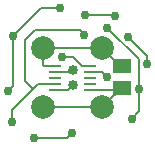
<source format=gbl>
G04 #@! TF.FileFunction,Copper,L2,Bot,Signal*
%FSLAX46Y46*%
G04 Gerber Fmt 4.6, Leading zero omitted, Abs format (unit mm)*
G04 Created by KiCad (PCBNEW (2016-04-14 BZR 6691, Git 829fa97)-product) date Fri 15 Apr 2016 10:51:36 AM CEST*
%MOMM*%
%LPD*%
G01*
G04 APERTURE LIST*
%ADD10C,0.150000*%
%ADD11R,1.000000X0.250000*%
%ADD12C,2.000000*%
%ADD13C,0.850000*%
%ADD14R,1.498600X1.297940*%
%ADD15C,0.762000*%
%ADD16C,0.203200*%
G04 APERTURE END LIST*
D10*
D11*
X76500000Y-61000000D03*
X76500000Y-61500000D03*
X76500000Y-62000000D03*
X76500000Y-62500000D03*
X76500000Y-63000000D03*
X73500000Y-63000000D03*
X73500000Y-62500000D03*
X73500000Y-62000000D03*
X73500000Y-61500000D03*
X73500000Y-61000000D03*
D12*
X77500000Y-64500000D03*
X77500000Y-59500000D03*
X72500000Y-59500000D03*
X72500000Y-64500000D03*
D13*
X75000000Y-62635000D03*
X75000000Y-61365000D03*
D14*
X79180000Y-61000040D03*
X79180000Y-62899960D03*
D15*
X78600000Y-56800000D03*
X76050000Y-56678388D03*
X69550000Y-63100000D03*
X73950000Y-56100000D03*
X69950000Y-58500000D03*
X77914069Y-61921766D03*
X79729395Y-58558005D03*
X81285810Y-60799998D03*
X77950000Y-57800000D03*
X80600000Y-62950000D03*
X80000000Y-65450000D03*
X76000000Y-58350000D03*
X74950000Y-66650000D03*
X71700000Y-67100000D03*
X69900000Y-65750000D03*
X74100000Y-60200000D03*
D16*
X76500000Y-63000000D02*
X79079960Y-63000000D01*
X79079960Y-63000000D02*
X79180000Y-62899960D01*
X77500000Y-64500000D02*
X78499999Y-63500001D01*
X78499999Y-63500001D02*
X78579959Y-63500001D01*
X78579959Y-63500001D02*
X79180000Y-62899960D01*
X72500000Y-64500000D02*
X77500000Y-64500000D01*
X73500000Y-61000000D02*
X72585787Y-61000000D01*
X72585787Y-61000000D02*
X72500000Y-60914213D01*
X72500000Y-60914213D02*
X72500000Y-59500000D01*
X77500000Y-59500000D02*
X79000040Y-61000040D01*
X79000040Y-61000040D02*
X79180000Y-61000040D01*
X72500000Y-59500000D02*
X77500000Y-59500000D01*
X78478388Y-56678388D02*
X78600000Y-56800000D01*
X76050000Y-56678388D02*
X78478388Y-56678388D01*
X69950000Y-58500000D02*
X69950000Y-62700000D01*
X69950000Y-62700000D02*
X69550000Y-63100000D01*
X69950000Y-58500000D02*
X72350000Y-56100000D01*
X72350000Y-56100000D02*
X73950000Y-56100000D01*
X77492303Y-61500000D02*
X77533070Y-61540767D01*
X76500000Y-61500000D02*
X77492303Y-61500000D01*
X77533070Y-61540767D02*
X77914069Y-61921766D01*
X81285810Y-60114420D02*
X80110394Y-58939004D01*
X80110394Y-58939004D02*
X79729395Y-58558005D01*
X81285810Y-60799998D02*
X81285810Y-60114420D01*
X80600000Y-62950000D02*
X80600000Y-60450000D01*
X80600000Y-60450000D02*
X77950000Y-57800000D01*
X80000000Y-65450000D02*
X80600000Y-64850000D01*
X80600000Y-64850000D02*
X80600000Y-62950000D01*
X73500000Y-61500000D02*
X74865000Y-61500000D01*
X74865000Y-61500000D02*
X75000000Y-61365000D01*
X75619001Y-57969001D02*
X76000000Y-58350000D01*
X71780999Y-57969001D02*
X75619001Y-57969001D01*
X70950000Y-62250000D02*
X70950000Y-58800000D01*
X71650000Y-62950000D02*
X70950000Y-62250000D01*
X70950000Y-58800000D02*
X71780999Y-57969001D01*
X71700000Y-67100000D02*
X74500000Y-67100000D01*
X74500000Y-67100000D02*
X74950000Y-66650000D01*
X72100000Y-62500000D02*
X71650000Y-62950000D01*
X71650000Y-62950000D02*
X69900000Y-64700000D01*
X73500000Y-62500000D02*
X72100000Y-62500000D01*
X69900000Y-64700000D02*
X69900000Y-65750000D01*
X76500000Y-61000000D02*
X75796800Y-61000000D01*
X75796800Y-61000000D02*
X74996800Y-60200000D01*
X74996800Y-60200000D02*
X74100000Y-60200000D01*
X73500000Y-63000000D02*
X74635000Y-63000000D01*
X74635000Y-63000000D02*
X75000000Y-62635000D01*
M02*

</source>
